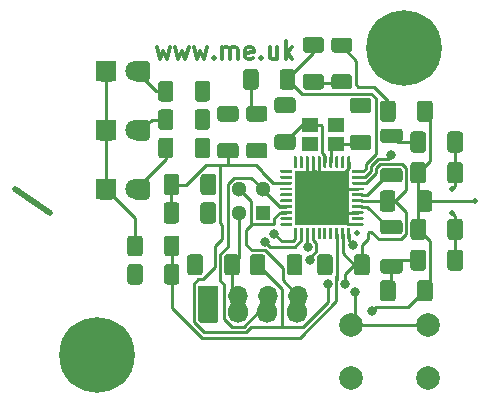
<source format=gbr>
%TF.GenerationSoftware,KiCad,Pcbnew,(5.1.9-0-10_14)*%
%TF.CreationDate,2021-04-13T13:23:23+01:00*%
%TF.ProjectId,PN532,504e3533-322e-46b6-9963-61645f706362,rev?*%
%TF.SameCoordinates,Original*%
%TF.FileFunction,Copper,L1,Top*%
%TF.FilePolarity,Positive*%
%FSLAX46Y46*%
G04 Gerber Fmt 4.6, Leading zero omitted, Abs format (unit mm)*
G04 Created by KiCad (PCBNEW (5.1.9-0-10_14)) date 2021-04-13 13:23:23*
%MOMM*%
%LPD*%
G01*
G04 APERTURE LIST*
%TA.AperFunction,NonConductor*%
%ADD10C,0.300000*%
%TD*%
%TA.AperFunction,EtchedComponent*%
%ADD11C,0.500000*%
%TD*%
%TA.AperFunction,SMDPad,CuDef*%
%ADD12R,1.400000X1.150000*%
%TD*%
%TA.AperFunction,ComponentPad*%
%ADD13C,0.800000*%
%TD*%
%TA.AperFunction,ComponentPad*%
%ADD14C,6.400000*%
%TD*%
%TA.AperFunction,ComponentPad*%
%ADD15C,0.500000*%
%TD*%
%TA.AperFunction,ComponentPad*%
%ADD16C,1.800000*%
%TD*%
%TA.AperFunction,ComponentPad*%
%ADD17R,1.800000X1.800000*%
%TD*%
%TA.AperFunction,ComponentPad*%
%ADD18C,2.000000*%
%TD*%
%TA.AperFunction,ComponentPad*%
%ADD19C,1.000000*%
%TD*%
%TA.AperFunction,SMDPad,CuDef*%
%ADD20C,0.500000*%
%TD*%
%TA.AperFunction,SMDPad,CuDef*%
%ADD21R,0.100000X0.100000*%
%TD*%
%TA.AperFunction,SMDPad,CuDef*%
%ADD22R,4.600000X4.600000*%
%TD*%
%TA.AperFunction,ComponentPad*%
%ADD23C,1.300000*%
%TD*%
%TA.AperFunction,ComponentPad*%
%ADD24R,1.300000X1.300000*%
%TD*%
%TA.AperFunction,ComponentPad*%
%ADD25O,1.700000X1.850000*%
%TD*%
%TA.AperFunction,ComponentPad*%
%ADD26O,1.700000X1.700000*%
%TD*%
%TA.AperFunction,ComponentPad*%
%ADD27R,1.700000X1.700000*%
%TD*%
%TA.AperFunction,ViaPad*%
%ADD28C,0.800000*%
%TD*%
%TA.AperFunction,Conductor*%
%ADD29C,0.250000*%
%TD*%
G04 APERTURE END LIST*
D10*
X113014285Y-65978571D02*
X113300000Y-66978571D01*
X113585714Y-66264285D01*
X113871428Y-66978571D01*
X114157142Y-65978571D01*
X114585714Y-65978571D02*
X114871428Y-66978571D01*
X115157142Y-66264285D01*
X115442857Y-66978571D01*
X115728571Y-65978571D01*
X116157142Y-65978571D02*
X116442857Y-66978571D01*
X116728571Y-66264285D01*
X117014285Y-66978571D01*
X117300000Y-65978571D01*
X117871428Y-66835714D02*
X117942857Y-66907142D01*
X117871428Y-66978571D01*
X117800000Y-66907142D01*
X117871428Y-66835714D01*
X117871428Y-66978571D01*
X118585714Y-66978571D02*
X118585714Y-65978571D01*
X118585714Y-66121428D02*
X118657142Y-66050000D01*
X118800000Y-65978571D01*
X119014285Y-65978571D01*
X119157142Y-66050000D01*
X119228571Y-66192857D01*
X119228571Y-66978571D01*
X119228571Y-66192857D02*
X119300000Y-66050000D01*
X119442857Y-65978571D01*
X119657142Y-65978571D01*
X119800000Y-66050000D01*
X119871428Y-66192857D01*
X119871428Y-66978571D01*
X121157142Y-66907142D02*
X121014285Y-66978571D01*
X120728571Y-66978571D01*
X120585714Y-66907142D01*
X120514285Y-66764285D01*
X120514285Y-66192857D01*
X120585714Y-66050000D01*
X120728571Y-65978571D01*
X121014285Y-65978571D01*
X121157142Y-66050000D01*
X121228571Y-66192857D01*
X121228571Y-66335714D01*
X120514285Y-66478571D01*
X121871428Y-66835714D02*
X121942857Y-66907142D01*
X121871428Y-66978571D01*
X121800000Y-66907142D01*
X121871428Y-66835714D01*
X121871428Y-66978571D01*
X123228571Y-65978571D02*
X123228571Y-66978571D01*
X122585714Y-65978571D02*
X122585714Y-66764285D01*
X122657142Y-66907142D01*
X122800000Y-66978571D01*
X123014285Y-66978571D01*
X123157142Y-66907142D01*
X123228571Y-66835714D01*
X123942857Y-66978571D02*
X123942857Y-65478571D01*
X124085714Y-66407142D02*
X124514285Y-66978571D01*
X124514285Y-65978571D02*
X123942857Y-66550000D01*
D11*
%TO.C,A1*%
X104000000Y-80000000D02*
X101000000Y-78000000D01*
%TD*%
D12*
%TO.P,Y1,2*%
%TO.N,GND*%
X125990000Y-74140000D03*
%TO.P,Y1,3*%
%TO.N,Net-(C16-Pad1)*%
X125990000Y-72540000D03*
%TO.P,Y1,4*%
%TO.N,GND*%
X128190000Y-72540000D03*
%TO.P,Y1,1*%
%TO.N,Net-(C15-Pad1)*%
X128190000Y-74140000D03*
%TD*%
D13*
%TO.P,H2,1*%
%TO.N,N/C*%
X109697056Y-90302944D03*
X108000000Y-89600000D03*
X106302944Y-90302944D03*
X105600000Y-92000000D03*
X106302944Y-93697056D03*
X108000000Y-94400000D03*
X109697056Y-93697056D03*
X110400000Y-92000000D03*
D14*
X108000000Y-92000000D03*
%TD*%
D13*
%TO.P,H1,1*%
%TO.N,N/C*%
X135697056Y-64302944D03*
X134000000Y-63600000D03*
X132302944Y-64302944D03*
X131600000Y-66000000D03*
X132302944Y-67697056D03*
X134000000Y-68400000D03*
X135697056Y-67697056D03*
X136400000Y-66000000D03*
D14*
X134000000Y-66000000D03*
%TD*%
D15*
%TO.P,A1,~*%
%TO.N,N/C*%
X101000000Y-78000000D03*
X104000000Y-80000000D03*
%TO.P,A1,3*%
%TO.N,Net-(A1-Pad3)*%
X138000000Y-78000000D03*
%TO.P,A1,1*%
%TO.N,Net-(A1-Pad1)*%
X138000000Y-80000000D03*
%TO.P,A1,2*%
%TO.N,GND*%
X140000000Y-79000000D03*
%TD*%
%TO.P,D3,2*%
%TO.N,Net-(D3-Pad2)*%
%TA.AperFunction,SMDPad,CuDef*%
G36*
G01*
X111005000Y-78625000D02*
X111005000Y-77375000D01*
G75*
G02*
X111255000Y-77125000I250000J0D01*
G01*
X112180000Y-77125000D01*
G75*
G02*
X112430000Y-77375000I0J-250000D01*
G01*
X112430000Y-78625000D01*
G75*
G02*
X112180000Y-78875000I-250000J0D01*
G01*
X111255000Y-78875000D01*
G75*
G02*
X111005000Y-78625000I0J250000D01*
G01*
G37*
%TD.AperFunction*%
%TO.P,D3,1*%
%TO.N,GND*%
%TA.AperFunction,SMDPad,CuDef*%
G36*
G01*
X108030000Y-78625000D02*
X108030000Y-77375000D01*
G75*
G02*
X108280000Y-77125000I250000J0D01*
G01*
X109205000Y-77125000D01*
G75*
G02*
X109455000Y-77375000I0J-250000D01*
G01*
X109455000Y-78625000D01*
G75*
G02*
X109205000Y-78875000I-250000J0D01*
G01*
X108280000Y-78875000D01*
G75*
G02*
X108030000Y-78625000I0J250000D01*
G01*
G37*
%TD.AperFunction*%
D16*
%TO.P,D3,2*%
%TO.N,Net-(D3-Pad2)*%
X111270000Y-78000000D03*
D17*
%TO.P,D3,1*%
%TO.N,GND*%
X108730000Y-78000000D03*
%TD*%
%TO.P,D2,2*%
%TO.N,Net-(D2-Pad2)*%
%TA.AperFunction,SMDPad,CuDef*%
G36*
G01*
X111005000Y-73625000D02*
X111005000Y-72375000D01*
G75*
G02*
X111255000Y-72125000I250000J0D01*
G01*
X112180000Y-72125000D01*
G75*
G02*
X112430000Y-72375000I0J-250000D01*
G01*
X112430000Y-73625000D01*
G75*
G02*
X112180000Y-73875000I-250000J0D01*
G01*
X111255000Y-73875000D01*
G75*
G02*
X111005000Y-73625000I0J250000D01*
G01*
G37*
%TD.AperFunction*%
%TO.P,D2,1*%
%TO.N,GND*%
%TA.AperFunction,SMDPad,CuDef*%
G36*
G01*
X108030000Y-73625000D02*
X108030000Y-72375000D01*
G75*
G02*
X108280000Y-72125000I250000J0D01*
G01*
X109205000Y-72125000D01*
G75*
G02*
X109455000Y-72375000I0J-250000D01*
G01*
X109455000Y-73625000D01*
G75*
G02*
X109205000Y-73875000I-250000J0D01*
G01*
X108280000Y-73875000D01*
G75*
G02*
X108030000Y-73625000I0J250000D01*
G01*
G37*
%TD.AperFunction*%
D16*
%TO.P,D2,2*%
%TO.N,Net-(D2-Pad2)*%
X111270000Y-73000000D03*
D17*
%TO.P,D2,1*%
%TO.N,GND*%
X108730000Y-73000000D03*
%TD*%
%TO.P,D1,2*%
%TO.N,Net-(D1-Pad2)*%
%TA.AperFunction,SMDPad,CuDef*%
G36*
G01*
X111005000Y-68625000D02*
X111005000Y-67375000D01*
G75*
G02*
X111255000Y-67125000I250000J0D01*
G01*
X112180000Y-67125000D01*
G75*
G02*
X112430000Y-67375000I0J-250000D01*
G01*
X112430000Y-68625000D01*
G75*
G02*
X112180000Y-68875000I-250000J0D01*
G01*
X111255000Y-68875000D01*
G75*
G02*
X111005000Y-68625000I0J250000D01*
G01*
G37*
%TD.AperFunction*%
%TO.P,D1,1*%
%TO.N,GND*%
%TA.AperFunction,SMDPad,CuDef*%
G36*
G01*
X108030000Y-68625000D02*
X108030000Y-67375000D01*
G75*
G02*
X108280000Y-67125000I250000J0D01*
G01*
X109205000Y-67125000D01*
G75*
G02*
X109455000Y-67375000I0J-250000D01*
G01*
X109455000Y-68625000D01*
G75*
G02*
X109205000Y-68875000I-250000J0D01*
G01*
X108280000Y-68875000D01*
G75*
G02*
X108030000Y-68625000I0J250000D01*
G01*
G37*
%TD.AperFunction*%
D16*
%TO.P,D1,2*%
%TO.N,Net-(D1-Pad2)*%
X111270000Y-68000000D03*
D17*
%TO.P,D1,1*%
%TO.N,GND*%
X108730000Y-68000000D03*
%TD*%
D18*
%TO.P,SW1,1*%
%TO.N,GND*%
X129500000Y-94000000D03*
%TO.P,SW1,2*%
%TO.N,Net-(SW1-Pad2)*%
X129500000Y-89500000D03*
%TO.P,SW1,1*%
%TO.N,GND*%
X136000000Y-94000000D03*
%TO.P,SW1,2*%
%TO.N,Net-(SW1-Pad2)*%
X136000000Y-89500000D03*
%TD*%
D19*
%TO.P,U1,41*%
%TO.N,GND*%
X127025000Y-78725000D03*
X128525000Y-77225000D03*
X125525000Y-77225000D03*
X125525000Y-80225000D03*
X128525000Y-80225000D03*
D20*
%TO.P,U1,~*%
%TO.N,N/C*%
X130025000Y-81725000D03*
D21*
X130025000Y-81725000D03*
X124025000Y-81725000D03*
X124025000Y-75725000D03*
X130025000Y-75725000D03*
D22*
%TO.P,U1,41*%
%TO.N,GND*%
X127025000Y-78725000D03*
%TO.P,U1,40*%
%TO.N,+5V*%
%TA.AperFunction,SMDPad,CuDef*%
G36*
G01*
X129400000Y-81312500D02*
X129400000Y-82187500D01*
G75*
G02*
X129337500Y-82250000I-62500J0D01*
G01*
X129212500Y-82250000D01*
G75*
G02*
X129150000Y-82187500I0J62500D01*
G01*
X129150000Y-81312500D01*
G75*
G02*
X129212500Y-81250000I62500J0D01*
G01*
X129337500Y-81250000D01*
G75*
G02*
X129400000Y-81312500I0J-62500D01*
G01*
G37*
%TD.AperFunction*%
%TO.P,U1,39*%
%TO.N,+3V3*%
%TA.AperFunction,SMDPad,CuDef*%
G36*
G01*
X128900000Y-81312500D02*
X128900000Y-82187500D01*
G75*
G02*
X128837500Y-82250000I-62500J0D01*
G01*
X128712500Y-82250000D01*
G75*
G02*
X128650000Y-82187500I0J62500D01*
G01*
X128650000Y-81312500D01*
G75*
G02*
X128712500Y-81250000I62500J0D01*
G01*
X128837500Y-81250000D01*
G75*
G02*
X128900000Y-81312500I0J-62500D01*
G01*
G37*
%TD.AperFunction*%
%TO.P,U1,38*%
%TO.N,Net-(R3-Pad1)*%
%TA.AperFunction,SMDPad,CuDef*%
G36*
G01*
X128400000Y-81312500D02*
X128400000Y-82187500D01*
G75*
G02*
X128337500Y-82250000I-62500J0D01*
G01*
X128212500Y-82250000D01*
G75*
G02*
X128150000Y-82187500I0J62500D01*
G01*
X128150000Y-81312500D01*
G75*
G02*
X128212500Y-81250000I62500J0D01*
G01*
X128337500Y-81250000D01*
G75*
G02*
X128400000Y-81312500I0J-62500D01*
G01*
G37*
%TD.AperFunction*%
%TO.P,U1,37*%
%TO.N,Net-(U1-Pad37)*%
%TA.AperFunction,SMDPad,CuDef*%
G36*
G01*
X127900000Y-81312500D02*
X127900000Y-82187500D01*
G75*
G02*
X127837500Y-82250000I-62500J0D01*
G01*
X127712500Y-82250000D01*
G75*
G02*
X127650000Y-82187500I0J62500D01*
G01*
X127650000Y-81312500D01*
G75*
G02*
X127712500Y-81250000I62500J0D01*
G01*
X127837500Y-81250000D01*
G75*
G02*
X127900000Y-81312500I0J-62500D01*
G01*
G37*
%TD.AperFunction*%
%TO.P,U1,36*%
%TO.N,Net-(U1-Pad36)*%
%TA.AperFunction,SMDPad,CuDef*%
G36*
G01*
X127400000Y-81312500D02*
X127400000Y-82187500D01*
G75*
G02*
X127337500Y-82250000I-62500J0D01*
G01*
X127212500Y-82250000D01*
G75*
G02*
X127150000Y-82187500I0J62500D01*
G01*
X127150000Y-81312500D01*
G75*
G02*
X127212500Y-81250000I62500J0D01*
G01*
X127337500Y-81250000D01*
G75*
G02*
X127400000Y-81312500I0J-62500D01*
G01*
G37*
%TD.AperFunction*%
%TO.P,U1,35*%
%TO.N,Net-(U1-Pad35)*%
%TA.AperFunction,SMDPad,CuDef*%
G36*
G01*
X126900000Y-81312500D02*
X126900000Y-82187500D01*
G75*
G02*
X126837500Y-82250000I-62500J0D01*
G01*
X126712500Y-82250000D01*
G75*
G02*
X126650000Y-82187500I0J62500D01*
G01*
X126650000Y-81312500D01*
G75*
G02*
X126712500Y-81250000I62500J0D01*
G01*
X126837500Y-81250000D01*
G75*
G02*
X126900000Y-81312500I0J-62500D01*
G01*
G37*
%TD.AperFunction*%
%TO.P,U1,34*%
%TO.N,Net-(R5-Pad1)*%
%TA.AperFunction,SMDPad,CuDef*%
G36*
G01*
X126400000Y-81312500D02*
X126400000Y-82187500D01*
G75*
G02*
X126337500Y-82250000I-62500J0D01*
G01*
X126212500Y-82250000D01*
G75*
G02*
X126150000Y-82187500I0J62500D01*
G01*
X126150000Y-81312500D01*
G75*
G02*
X126212500Y-81250000I62500J0D01*
G01*
X126337500Y-81250000D01*
G75*
G02*
X126400000Y-81312500I0J-62500D01*
G01*
G37*
%TD.AperFunction*%
%TO.P,U1,33*%
%TO.N,Net-(R6-Pad1)*%
%TA.AperFunction,SMDPad,CuDef*%
G36*
G01*
X125900000Y-81312500D02*
X125900000Y-82187500D01*
G75*
G02*
X125837500Y-82250000I-62500J0D01*
G01*
X125712500Y-82250000D01*
G75*
G02*
X125650000Y-82187500I0J62500D01*
G01*
X125650000Y-81312500D01*
G75*
G02*
X125712500Y-81250000I62500J0D01*
G01*
X125837500Y-81250000D01*
G75*
G02*
X125900000Y-81312500I0J-62500D01*
G01*
G37*
%TD.AperFunction*%
%TO.P,U1,32*%
%TO.N,Net-(R7-Pad1)*%
%TA.AperFunction,SMDPad,CuDef*%
G36*
G01*
X125400000Y-81312500D02*
X125400000Y-82187500D01*
G75*
G02*
X125337500Y-82250000I-62500J0D01*
G01*
X125212500Y-82250000D01*
G75*
G02*
X125150000Y-82187500I0J62500D01*
G01*
X125150000Y-81312500D01*
G75*
G02*
X125212500Y-81250000I62500J0D01*
G01*
X125337500Y-81250000D01*
G75*
G02*
X125400000Y-81312500I0J-62500D01*
G01*
G37*
%TD.AperFunction*%
%TO.P,U1,31*%
%TO.N,Net-(SW1-Pad2)*%
%TA.AperFunction,SMDPad,CuDef*%
G36*
G01*
X124900000Y-81312500D02*
X124900000Y-82187500D01*
G75*
G02*
X124837500Y-82250000I-62500J0D01*
G01*
X124712500Y-82250000D01*
G75*
G02*
X124650000Y-82187500I0J62500D01*
G01*
X124650000Y-81312500D01*
G75*
G02*
X124712500Y-81250000I62500J0D01*
G01*
X124837500Y-81250000D01*
G75*
G02*
X124900000Y-81312500I0J-62500D01*
G01*
G37*
%TD.AperFunction*%
%TO.P,U1,30*%
%TO.N,Net-(U1-Pad30)*%
%TA.AperFunction,SMDPad,CuDef*%
G36*
G01*
X124500000Y-80912500D02*
X124500000Y-81037500D01*
G75*
G02*
X124437500Y-81100000I-62500J0D01*
G01*
X123562500Y-81100000D01*
G75*
G02*
X123500000Y-81037500I0J62500D01*
G01*
X123500000Y-80912500D01*
G75*
G02*
X123562500Y-80850000I62500J0D01*
G01*
X124437500Y-80850000D01*
G75*
G02*
X124500000Y-80912500I0J-62500D01*
G01*
G37*
%TD.AperFunction*%
%TO.P,U1,29*%
%TO.N,Net-(U1-Pad29)*%
%TA.AperFunction,SMDPad,CuDef*%
G36*
G01*
X124500000Y-80412500D02*
X124500000Y-80537500D01*
G75*
G02*
X124437500Y-80600000I-62500J0D01*
G01*
X123562500Y-80600000D01*
G75*
G02*
X123500000Y-80537500I0J62500D01*
G01*
X123500000Y-80412500D01*
G75*
G02*
X123562500Y-80350000I62500J0D01*
G01*
X124437500Y-80350000D01*
G75*
G02*
X124500000Y-80412500I0J-62500D01*
G01*
G37*
%TD.AperFunction*%
%TO.P,U1,28*%
%TO.N,Net-(J1-Pad4)*%
%TA.AperFunction,SMDPad,CuDef*%
G36*
G01*
X124500000Y-79912500D02*
X124500000Y-80037500D01*
G75*
G02*
X124437500Y-80100000I-62500J0D01*
G01*
X123562500Y-80100000D01*
G75*
G02*
X123500000Y-80037500I0J62500D01*
G01*
X123500000Y-79912500D01*
G75*
G02*
X123562500Y-79850000I62500J0D01*
G01*
X124437500Y-79850000D01*
G75*
G02*
X124500000Y-79912500I0J-62500D01*
G01*
G37*
%TD.AperFunction*%
%TO.P,U1,27*%
%TO.N,Net-(J1-Pad3)*%
%TA.AperFunction,SMDPad,CuDef*%
G36*
G01*
X124500000Y-79412500D02*
X124500000Y-79537500D01*
G75*
G02*
X124437500Y-79600000I-62500J0D01*
G01*
X123562500Y-79600000D01*
G75*
G02*
X123500000Y-79537500I0J62500D01*
G01*
X123500000Y-79412500D01*
G75*
G02*
X123562500Y-79350000I62500J0D01*
G01*
X124437500Y-79350000D01*
G75*
G02*
X124500000Y-79412500I0J-62500D01*
G01*
G37*
%TD.AperFunction*%
%TO.P,U1,26*%
%TO.N,Net-(U1-Pad26)*%
%TA.AperFunction,SMDPad,CuDef*%
G36*
G01*
X124500000Y-78912500D02*
X124500000Y-79037500D01*
G75*
G02*
X124437500Y-79100000I-62500J0D01*
G01*
X123562500Y-79100000D01*
G75*
G02*
X123500000Y-79037500I0J62500D01*
G01*
X123500000Y-78912500D01*
G75*
G02*
X123562500Y-78850000I62500J0D01*
G01*
X124437500Y-78850000D01*
G75*
G02*
X124500000Y-78912500I0J-62500D01*
G01*
G37*
%TD.AperFunction*%
%TO.P,U1,25*%
%TO.N,Net-(U1-Pad25)*%
%TA.AperFunction,SMDPad,CuDef*%
G36*
G01*
X124500000Y-78412500D02*
X124500000Y-78537500D01*
G75*
G02*
X124437500Y-78600000I-62500J0D01*
G01*
X123562500Y-78600000D01*
G75*
G02*
X123500000Y-78537500I0J62500D01*
G01*
X123500000Y-78412500D01*
G75*
G02*
X123562500Y-78350000I62500J0D01*
G01*
X124437500Y-78350000D01*
G75*
G02*
X124500000Y-78412500I0J-62500D01*
G01*
G37*
%TD.AperFunction*%
%TO.P,U1,24*%
%TO.N,Net-(U1-Pad24)*%
%TA.AperFunction,SMDPad,CuDef*%
G36*
G01*
X124500000Y-77912500D02*
X124500000Y-78037500D01*
G75*
G02*
X124437500Y-78100000I-62500J0D01*
G01*
X123562500Y-78100000D01*
G75*
G02*
X123500000Y-78037500I0J62500D01*
G01*
X123500000Y-77912500D01*
G75*
G02*
X123562500Y-77850000I62500J0D01*
G01*
X124437500Y-77850000D01*
G75*
G02*
X124500000Y-77912500I0J-62500D01*
G01*
G37*
%TD.AperFunction*%
%TO.P,U1,23*%
%TO.N,+3V3*%
%TA.AperFunction,SMDPad,CuDef*%
G36*
G01*
X124500000Y-77412500D02*
X124500000Y-77537500D01*
G75*
G02*
X124437500Y-77600000I-62500J0D01*
G01*
X123562500Y-77600000D01*
G75*
G02*
X123500000Y-77537500I0J62500D01*
G01*
X123500000Y-77412500D01*
G75*
G02*
X123562500Y-77350000I62500J0D01*
G01*
X124437500Y-77350000D01*
G75*
G02*
X124500000Y-77412500I0J-62500D01*
G01*
G37*
%TD.AperFunction*%
%TO.P,U1,22*%
%TO.N,Net-(U1-Pad22)*%
%TA.AperFunction,SMDPad,CuDef*%
G36*
G01*
X124500000Y-76912500D02*
X124500000Y-77037500D01*
G75*
G02*
X124437500Y-77100000I-62500J0D01*
G01*
X123562500Y-77100000D01*
G75*
G02*
X123500000Y-77037500I0J62500D01*
G01*
X123500000Y-76912500D01*
G75*
G02*
X123562500Y-76850000I62500J0D01*
G01*
X124437500Y-76850000D01*
G75*
G02*
X124500000Y-76912500I0J-62500D01*
G01*
G37*
%TD.AperFunction*%
%TO.P,U1,21*%
%TO.N,Net-(U1-Pad21)*%
%TA.AperFunction,SMDPad,CuDef*%
G36*
G01*
X124500000Y-76412500D02*
X124500000Y-76537500D01*
G75*
G02*
X124437500Y-76600000I-62500J0D01*
G01*
X123562500Y-76600000D01*
G75*
G02*
X123500000Y-76537500I0J62500D01*
G01*
X123500000Y-76412500D01*
G75*
G02*
X123562500Y-76350000I62500J0D01*
G01*
X124437500Y-76350000D01*
G75*
G02*
X124500000Y-76412500I0J-62500D01*
G01*
G37*
%TD.AperFunction*%
%TO.P,U1,20*%
%TO.N,Net-(U1-Pad20)*%
%TA.AperFunction,SMDPad,CuDef*%
G36*
G01*
X124900000Y-75262500D02*
X124900000Y-76137500D01*
G75*
G02*
X124837500Y-76200000I-62500J0D01*
G01*
X124712500Y-76200000D01*
G75*
G02*
X124650000Y-76137500I0J62500D01*
G01*
X124650000Y-75262500D01*
G75*
G02*
X124712500Y-75200000I62500J0D01*
G01*
X124837500Y-75200000D01*
G75*
G02*
X124900000Y-75262500I0J-62500D01*
G01*
G37*
%TD.AperFunction*%
%TO.P,U1,19*%
%TO.N,Net-(U1-Pad19)*%
%TA.AperFunction,SMDPad,CuDef*%
G36*
G01*
X125400000Y-75262500D02*
X125400000Y-76137500D01*
G75*
G02*
X125337500Y-76200000I-62500J0D01*
G01*
X125212500Y-76200000D01*
G75*
G02*
X125150000Y-76137500I0J62500D01*
G01*
X125150000Y-75262500D01*
G75*
G02*
X125212500Y-75200000I62500J0D01*
G01*
X125337500Y-75200000D01*
G75*
G02*
X125400000Y-75262500I0J-62500D01*
G01*
G37*
%TD.AperFunction*%
%TO.P,U1,18*%
%TO.N,GND*%
%TA.AperFunction,SMDPad,CuDef*%
G36*
G01*
X125900000Y-75262500D02*
X125900000Y-76137500D01*
G75*
G02*
X125837500Y-76200000I-62500J0D01*
G01*
X125712500Y-76200000D01*
G75*
G02*
X125650000Y-76137500I0J62500D01*
G01*
X125650000Y-75262500D01*
G75*
G02*
X125712500Y-75200000I62500J0D01*
G01*
X125837500Y-75200000D01*
G75*
G02*
X125900000Y-75262500I0J-62500D01*
G01*
G37*
%TD.AperFunction*%
%TO.P,U1,17*%
%TA.AperFunction,SMDPad,CuDef*%
G36*
G01*
X126400000Y-75262500D02*
X126400000Y-76137500D01*
G75*
G02*
X126337500Y-76200000I-62500J0D01*
G01*
X126212500Y-76200000D01*
G75*
G02*
X126150000Y-76137500I0J62500D01*
G01*
X126150000Y-75262500D01*
G75*
G02*
X126212500Y-75200000I62500J0D01*
G01*
X126337500Y-75200000D01*
G75*
G02*
X126400000Y-75262500I0J-62500D01*
G01*
G37*
%TD.AperFunction*%
%TO.P,U1,16*%
%TA.AperFunction,SMDPad,CuDef*%
G36*
G01*
X126900000Y-75262500D02*
X126900000Y-76137500D01*
G75*
G02*
X126837500Y-76200000I-62500J0D01*
G01*
X126712500Y-76200000D01*
G75*
G02*
X126650000Y-76137500I0J62500D01*
G01*
X126650000Y-75262500D01*
G75*
G02*
X126712500Y-75200000I62500J0D01*
G01*
X126837500Y-75200000D01*
G75*
G02*
X126900000Y-75262500I0J-62500D01*
G01*
G37*
%TD.AperFunction*%
%TO.P,U1,15*%
%TO.N,Net-(C16-Pad1)*%
%TA.AperFunction,SMDPad,CuDef*%
G36*
G01*
X127400000Y-75262500D02*
X127400000Y-76137500D01*
G75*
G02*
X127337500Y-76200000I-62500J0D01*
G01*
X127212500Y-76200000D01*
G75*
G02*
X127150000Y-76137500I0J62500D01*
G01*
X127150000Y-75262500D01*
G75*
G02*
X127212500Y-75200000I62500J0D01*
G01*
X127337500Y-75200000D01*
G75*
G02*
X127400000Y-75262500I0J-62500D01*
G01*
G37*
%TD.AperFunction*%
%TO.P,U1,14*%
%TO.N,Net-(C15-Pad1)*%
%TA.AperFunction,SMDPad,CuDef*%
G36*
G01*
X127900000Y-75262500D02*
X127900000Y-76137500D01*
G75*
G02*
X127837500Y-76200000I-62500J0D01*
G01*
X127712500Y-76200000D01*
G75*
G02*
X127650000Y-76137500I0J62500D01*
G01*
X127650000Y-75262500D01*
G75*
G02*
X127712500Y-75200000I62500J0D01*
G01*
X127837500Y-75200000D01*
G75*
G02*
X127900000Y-75262500I0J-62500D01*
G01*
G37*
%TD.AperFunction*%
%TO.P,U1,13*%
%TO.N,Net-(U1-Pad13)*%
%TA.AperFunction,SMDPad,CuDef*%
G36*
G01*
X128400000Y-75262500D02*
X128400000Y-76137500D01*
G75*
G02*
X128337500Y-76200000I-62500J0D01*
G01*
X128212500Y-76200000D01*
G75*
G02*
X128150000Y-76137500I0J62500D01*
G01*
X128150000Y-75262500D01*
G75*
G02*
X128212500Y-75200000I62500J0D01*
G01*
X128337500Y-75200000D01*
G75*
G02*
X128400000Y-75262500I0J-62500D01*
G01*
G37*
%TD.AperFunction*%
%TO.P,U1,12*%
%TO.N,Net-(U1-Pad12)*%
%TA.AperFunction,SMDPad,CuDef*%
G36*
G01*
X128900000Y-75262500D02*
X128900000Y-76137500D01*
G75*
G02*
X128837500Y-76200000I-62500J0D01*
G01*
X128712500Y-76200000D01*
G75*
G02*
X128650000Y-76137500I0J62500D01*
G01*
X128650000Y-75262500D01*
G75*
G02*
X128712500Y-75200000I62500J0D01*
G01*
X128837500Y-75200000D01*
G75*
G02*
X128900000Y-75262500I0J-62500D01*
G01*
G37*
%TD.AperFunction*%
%TO.P,U1,11*%
%TO.N,GND*%
%TA.AperFunction,SMDPad,CuDef*%
G36*
G01*
X129400000Y-75262500D02*
X129400000Y-76137500D01*
G75*
G02*
X129337500Y-76200000I-62500J0D01*
G01*
X129212500Y-76200000D01*
G75*
G02*
X129150000Y-76137500I0J62500D01*
G01*
X129150000Y-75262500D01*
G75*
G02*
X129212500Y-75200000I62500J0D01*
G01*
X129337500Y-75200000D01*
G75*
G02*
X129400000Y-75262500I0J-62500D01*
G01*
G37*
%TD.AperFunction*%
%TO.P,U1,10*%
%TO.N,Net-(C8-Pad1)*%
%TA.AperFunction,SMDPad,CuDef*%
G36*
G01*
X130550000Y-76412500D02*
X130550000Y-76537500D01*
G75*
G02*
X130487500Y-76600000I-62500J0D01*
G01*
X129612500Y-76600000D01*
G75*
G02*
X129550000Y-76537500I0J62500D01*
G01*
X129550000Y-76412500D01*
G75*
G02*
X129612500Y-76350000I62500J0D01*
G01*
X130487500Y-76350000D01*
G75*
G02*
X130550000Y-76412500I0J-62500D01*
G01*
G37*
%TD.AperFunction*%
%TO.P,U1,9*%
%TO.N,Net-(C10-Pad1)*%
%TA.AperFunction,SMDPad,CuDef*%
G36*
G01*
X130550000Y-76912500D02*
X130550000Y-77037500D01*
G75*
G02*
X130487500Y-77100000I-62500J0D01*
G01*
X129612500Y-77100000D01*
G75*
G02*
X129550000Y-77037500I0J62500D01*
G01*
X129550000Y-76912500D01*
G75*
G02*
X129612500Y-76850000I62500J0D01*
G01*
X130487500Y-76850000D01*
G75*
G02*
X130550000Y-76912500I0J-62500D01*
G01*
G37*
%TD.AperFunction*%
%TO.P,U1,8*%
%TO.N,+3V3*%
%TA.AperFunction,SMDPad,CuDef*%
G36*
G01*
X130550000Y-77412500D02*
X130550000Y-77537500D01*
G75*
G02*
X130487500Y-77600000I-62500J0D01*
G01*
X129612500Y-77600000D01*
G75*
G02*
X129550000Y-77537500I0J62500D01*
G01*
X129550000Y-77412500D01*
G75*
G02*
X129612500Y-77350000I62500J0D01*
G01*
X130487500Y-77350000D01*
G75*
G02*
X130550000Y-77412500I0J-62500D01*
G01*
G37*
%TD.AperFunction*%
%TO.P,U1,7*%
%TO.N,GND*%
%TA.AperFunction,SMDPad,CuDef*%
G36*
G01*
X130550000Y-77912500D02*
X130550000Y-78037500D01*
G75*
G02*
X130487500Y-78100000I-62500J0D01*
G01*
X129612500Y-78100000D01*
G75*
G02*
X129550000Y-78037500I0J62500D01*
G01*
X129550000Y-77912500D01*
G75*
G02*
X129612500Y-77850000I62500J0D01*
G01*
X130487500Y-77850000D01*
G75*
G02*
X130550000Y-77912500I0J-62500D01*
G01*
G37*
%TD.AperFunction*%
%TO.P,U1,6*%
%TO.N,Net-(L2-Pad2)*%
%TA.AperFunction,SMDPad,CuDef*%
G36*
G01*
X130550000Y-78412500D02*
X130550000Y-78537500D01*
G75*
G02*
X130487500Y-78600000I-62500J0D01*
G01*
X129612500Y-78600000D01*
G75*
G02*
X129550000Y-78537500I0J62500D01*
G01*
X129550000Y-78412500D01*
G75*
G02*
X129612500Y-78350000I62500J0D01*
G01*
X130487500Y-78350000D01*
G75*
G02*
X130550000Y-78412500I0J-62500D01*
G01*
G37*
%TD.AperFunction*%
%TO.P,U1,5*%
%TO.N,+3V3*%
%TA.AperFunction,SMDPad,CuDef*%
G36*
G01*
X130550000Y-78912500D02*
X130550000Y-79037500D01*
G75*
G02*
X130487500Y-79100000I-62500J0D01*
G01*
X129612500Y-79100000D01*
G75*
G02*
X129550000Y-79037500I0J62500D01*
G01*
X129550000Y-78912500D01*
G75*
G02*
X129612500Y-78850000I62500J0D01*
G01*
X130487500Y-78850000D01*
G75*
G02*
X130550000Y-78912500I0J-62500D01*
G01*
G37*
%TD.AperFunction*%
%TO.P,U1,4*%
%TO.N,Net-(L1-Pad1)*%
%TA.AperFunction,SMDPad,CuDef*%
G36*
G01*
X130550000Y-79412500D02*
X130550000Y-79537500D01*
G75*
G02*
X130487500Y-79600000I-62500J0D01*
G01*
X129612500Y-79600000D01*
G75*
G02*
X129550000Y-79537500I0J62500D01*
G01*
X129550000Y-79412500D01*
G75*
G02*
X129612500Y-79350000I62500J0D01*
G01*
X130487500Y-79350000D01*
G75*
G02*
X130550000Y-79412500I0J-62500D01*
G01*
G37*
%TD.AperFunction*%
%TO.P,U1,3*%
%TO.N,GND*%
%TA.AperFunction,SMDPad,CuDef*%
G36*
G01*
X130550000Y-79912500D02*
X130550000Y-80037500D01*
G75*
G02*
X130487500Y-80100000I-62500J0D01*
G01*
X129612500Y-80100000D01*
G75*
G02*
X129550000Y-80037500I0J62500D01*
G01*
X129550000Y-79912500D01*
G75*
G02*
X129612500Y-79850000I62500J0D01*
G01*
X130487500Y-79850000D01*
G75*
G02*
X130550000Y-79912500I0J-62500D01*
G01*
G37*
%TD.AperFunction*%
%TO.P,U1,2*%
%TO.N,Net-(U1-Pad2)*%
%TA.AperFunction,SMDPad,CuDef*%
G36*
G01*
X130550000Y-80412500D02*
X130550000Y-80537500D01*
G75*
G02*
X130487500Y-80600000I-62500J0D01*
G01*
X129612500Y-80600000D01*
G75*
G02*
X129550000Y-80537500I0J62500D01*
G01*
X129550000Y-80412500D01*
G75*
G02*
X129612500Y-80350000I62500J0D01*
G01*
X130487500Y-80350000D01*
G75*
G02*
X130550000Y-80412500I0J-62500D01*
G01*
G37*
%TD.AperFunction*%
%TO.P,U1,1*%
%TO.N,GND*%
%TA.AperFunction,SMDPad,CuDef*%
G36*
G01*
X130550000Y-80912500D02*
X130550000Y-81037500D01*
G75*
G02*
X130487500Y-81100000I-62500J0D01*
G01*
X129612500Y-81100000D01*
G75*
G02*
X129550000Y-81037500I0J62500D01*
G01*
X129550000Y-80912500D01*
G75*
G02*
X129612500Y-80850000I62500J0D01*
G01*
X130487500Y-80850000D01*
G75*
G02*
X130550000Y-80912500I0J-62500D01*
G01*
G37*
%TD.AperFunction*%
%TD*%
D23*
%TO.P,J3,4*%
%TO.N,Net-(J1-Pad4)*%
X120000000Y-78000000D03*
%TO.P,J3,3*%
%TO.N,Net-(J1-Pad3)*%
X122000000Y-78000000D03*
%TO.P,J3,2*%
%TO.N,+5V*%
X120000000Y-80000000D03*
D24*
%TO.P,J3,1*%
%TO.N,GND*%
X122000000Y-80000000D03*
%TD*%
%TO.P,R7,2*%
%TO.N,Net-(D3-Pad2)*%
%TA.AperFunction,SMDPad,CuDef*%
G36*
G01*
X114450000Y-73874999D02*
X114450000Y-75125001D01*
G75*
G02*
X114200001Y-75375000I-249999J0D01*
G01*
X113399999Y-75375000D01*
G75*
G02*
X113150000Y-75125001I0J249999D01*
G01*
X113150000Y-73874999D01*
G75*
G02*
X113399999Y-73625000I249999J0D01*
G01*
X114200001Y-73625000D01*
G75*
G02*
X114450000Y-73874999I0J-249999D01*
G01*
G37*
%TD.AperFunction*%
%TO.P,R7,1*%
%TO.N,Net-(R7-Pad1)*%
%TA.AperFunction,SMDPad,CuDef*%
G36*
G01*
X117550000Y-73874999D02*
X117550000Y-75125001D01*
G75*
G02*
X117300001Y-75375000I-249999J0D01*
G01*
X116499999Y-75375000D01*
G75*
G02*
X116250000Y-75125001I0J249999D01*
G01*
X116250000Y-73874999D01*
G75*
G02*
X116499999Y-73625000I249999J0D01*
G01*
X117300001Y-73625000D01*
G75*
G02*
X117550000Y-73874999I0J-249999D01*
G01*
G37*
%TD.AperFunction*%
%TD*%
%TO.P,R6,2*%
%TO.N,Net-(D2-Pad2)*%
%TA.AperFunction,SMDPad,CuDef*%
G36*
G01*
X114450000Y-71474999D02*
X114450000Y-72725001D01*
G75*
G02*
X114200001Y-72975000I-249999J0D01*
G01*
X113399999Y-72975000D01*
G75*
G02*
X113150000Y-72725001I0J249999D01*
G01*
X113150000Y-71474999D01*
G75*
G02*
X113399999Y-71225000I249999J0D01*
G01*
X114200001Y-71225000D01*
G75*
G02*
X114450000Y-71474999I0J-249999D01*
G01*
G37*
%TD.AperFunction*%
%TO.P,R6,1*%
%TO.N,Net-(R6-Pad1)*%
%TA.AperFunction,SMDPad,CuDef*%
G36*
G01*
X117550000Y-71474999D02*
X117550000Y-72725001D01*
G75*
G02*
X117300001Y-72975000I-249999J0D01*
G01*
X116499999Y-72975000D01*
G75*
G02*
X116250000Y-72725001I0J249999D01*
G01*
X116250000Y-71474999D01*
G75*
G02*
X116499999Y-71225000I249999J0D01*
G01*
X117300001Y-71225000D01*
G75*
G02*
X117550000Y-71474999I0J-249999D01*
G01*
G37*
%TD.AperFunction*%
%TD*%
%TO.P,R5,2*%
%TO.N,Net-(D1-Pad2)*%
%TA.AperFunction,SMDPad,CuDef*%
G36*
G01*
X114450000Y-69074999D02*
X114450000Y-70325001D01*
G75*
G02*
X114200001Y-70575000I-249999J0D01*
G01*
X113399999Y-70575000D01*
G75*
G02*
X113150000Y-70325001I0J249999D01*
G01*
X113150000Y-69074999D01*
G75*
G02*
X113399999Y-68825000I249999J0D01*
G01*
X114200001Y-68825000D01*
G75*
G02*
X114450000Y-69074999I0J-249999D01*
G01*
G37*
%TD.AperFunction*%
%TO.P,R5,1*%
%TO.N,Net-(R5-Pad1)*%
%TA.AperFunction,SMDPad,CuDef*%
G36*
G01*
X117550000Y-69074999D02*
X117550000Y-70325001D01*
G75*
G02*
X117300001Y-70575000I-249999J0D01*
G01*
X116499999Y-70575000D01*
G75*
G02*
X116250000Y-70325001I0J249999D01*
G01*
X116250000Y-69074999D01*
G75*
G02*
X116499999Y-68825000I249999J0D01*
G01*
X117300001Y-68825000D01*
G75*
G02*
X117550000Y-69074999I0J-249999D01*
G01*
G37*
%TD.AperFunction*%
%TD*%
D25*
%TO.P,J2,4*%
%TO.N,Net-(J1-Pad4)*%
X124900000Y-88400000D03*
%TO.P,J2,3*%
%TO.N,Net-(J1-Pad3)*%
X122400000Y-88400000D03*
%TO.P,J2,2*%
%TO.N,+5V*%
X119900000Y-88400000D03*
%TO.P,J2,1*%
%TO.N,GND*%
%TA.AperFunction,ComponentPad*%
G36*
G01*
X116550000Y-89075000D02*
X116550000Y-87725000D01*
G75*
G02*
X116800000Y-87475000I250000J0D01*
G01*
X118000000Y-87475000D01*
G75*
G02*
X118250000Y-87725000I0J-250000D01*
G01*
X118250000Y-89075000D01*
G75*
G02*
X118000000Y-89325000I-250000J0D01*
G01*
X116800000Y-89325000D01*
G75*
G02*
X116550000Y-89075000I0J250000D01*
G01*
G37*
%TD.AperFunction*%
%TD*%
D26*
%TO.P,J1,4*%
%TO.N,Net-(J1-Pad4)*%
X125020000Y-87000000D03*
%TO.P,J1,3*%
%TO.N,Net-(J1-Pad3)*%
X122480000Y-87000000D03*
%TO.P,J1,2*%
%TO.N,+5V*%
X119940000Y-87000000D03*
D27*
%TO.P,J1,1*%
%TO.N,GND*%
X117400000Y-87000000D03*
%TD*%
%TO.P,L2,2*%
%TO.N,Net-(L2-Pad2)*%
%TA.AperFunction,SMDPad,CuDef*%
G36*
G01*
X132199999Y-76187500D02*
X133600001Y-76187500D01*
G75*
G02*
X133850000Y-76437499I0J-249999D01*
G01*
X133850000Y-77162501D01*
G75*
G02*
X133600001Y-77412500I-249999J0D01*
G01*
X132199999Y-77412500D01*
G75*
G02*
X131950000Y-77162501I0J249999D01*
G01*
X131950000Y-76437499D01*
G75*
G02*
X132199999Y-76187500I249999J0D01*
G01*
G37*
%TD.AperFunction*%
%TO.P,L2,1*%
%TO.N,Net-(C4-Pad2)*%
%TA.AperFunction,SMDPad,CuDef*%
G36*
G01*
X132199999Y-72862500D02*
X133600001Y-72862500D01*
G75*
G02*
X133850000Y-73112499I0J-249999D01*
G01*
X133850000Y-73837501D01*
G75*
G02*
X133600001Y-74087500I-249999J0D01*
G01*
X132199999Y-74087500D01*
G75*
G02*
X131950000Y-73837501I0J249999D01*
G01*
X131950000Y-73112499D01*
G75*
G02*
X132199999Y-72862500I249999J0D01*
G01*
G37*
%TD.AperFunction*%
%TD*%
%TO.P,L1,2*%
%TO.N,Net-(C3-Pad1)*%
%TA.AperFunction,SMDPad,CuDef*%
G36*
G01*
X132199999Y-83912500D02*
X133600001Y-83912500D01*
G75*
G02*
X133850000Y-84162499I0J-249999D01*
G01*
X133850000Y-84887501D01*
G75*
G02*
X133600001Y-85137500I-249999J0D01*
G01*
X132199999Y-85137500D01*
G75*
G02*
X131950000Y-84887501I0J249999D01*
G01*
X131950000Y-84162499D01*
G75*
G02*
X132199999Y-83912500I249999J0D01*
G01*
G37*
%TD.AperFunction*%
%TO.P,L1,1*%
%TO.N,Net-(L1-Pad1)*%
%TA.AperFunction,SMDPad,CuDef*%
G36*
G01*
X132199999Y-80587500D02*
X133600001Y-80587500D01*
G75*
G02*
X133850000Y-80837499I0J-249999D01*
G01*
X133850000Y-81562501D01*
G75*
G02*
X133600001Y-81812500I-249999J0D01*
G01*
X132199999Y-81812500D01*
G75*
G02*
X131950000Y-81562501I0J249999D01*
G01*
X131950000Y-80837499D01*
G75*
G02*
X132199999Y-80587500I249999J0D01*
G01*
G37*
%TD.AperFunction*%
%TD*%
%TO.P,R4,2*%
%TO.N,Net-(R3-Pad1)*%
%TA.AperFunction,SMDPad,CuDef*%
G36*
G01*
X113650000Y-83425001D02*
X113650000Y-82174999D01*
G75*
G02*
X113899999Y-81925000I249999J0D01*
G01*
X114700001Y-81925000D01*
G75*
G02*
X114950000Y-82174999I0J-249999D01*
G01*
X114950000Y-83425001D01*
G75*
G02*
X114700001Y-83675000I-249999J0D01*
G01*
X113899999Y-83675000D01*
G75*
G02*
X113650000Y-83425001I0J249999D01*
G01*
G37*
%TD.AperFunction*%
%TO.P,R4,1*%
%TO.N,GND*%
%TA.AperFunction,SMDPad,CuDef*%
G36*
G01*
X110550000Y-83425001D02*
X110550000Y-82174999D01*
G75*
G02*
X110799999Y-81925000I249999J0D01*
G01*
X111600001Y-81925000D01*
G75*
G02*
X111850000Y-82174999I0J-249999D01*
G01*
X111850000Y-83425001D01*
G75*
G02*
X111600001Y-83675000I-249999J0D01*
G01*
X110799999Y-83675000D01*
G75*
G02*
X110550000Y-83425001I0J249999D01*
G01*
G37*
%TD.AperFunction*%
%TD*%
%TO.P,R3,2*%
%TO.N,+5V*%
%TA.AperFunction,SMDPad,CuDef*%
G36*
G01*
X111850000Y-84574999D02*
X111850000Y-85825001D01*
G75*
G02*
X111600001Y-86075000I-249999J0D01*
G01*
X110799999Y-86075000D01*
G75*
G02*
X110550000Y-85825001I0J249999D01*
G01*
X110550000Y-84574999D01*
G75*
G02*
X110799999Y-84325000I249999J0D01*
G01*
X111600001Y-84325000D01*
G75*
G02*
X111850000Y-84574999I0J-249999D01*
G01*
G37*
%TD.AperFunction*%
%TO.P,R3,1*%
%TO.N,Net-(R3-Pad1)*%
%TA.AperFunction,SMDPad,CuDef*%
G36*
G01*
X114950000Y-84574999D02*
X114950000Y-85825001D01*
G75*
G02*
X114700001Y-86075000I-249999J0D01*
G01*
X113899999Y-86075000D01*
G75*
G02*
X113650000Y-85825001I0J249999D01*
G01*
X113650000Y-84574999D01*
G75*
G02*
X113899999Y-84325000I249999J0D01*
G01*
X114700001Y-84325000D01*
G75*
G02*
X114950000Y-84574999I0J-249999D01*
G01*
G37*
%TD.AperFunction*%
%TD*%
%TO.P,R2,2*%
%TO.N,Net-(C10-Pad1)*%
%TA.AperFunction,SMDPad,CuDef*%
G36*
G01*
X121650000Y-68074999D02*
X121650000Y-69325001D01*
G75*
G02*
X121400001Y-69575000I-249999J0D01*
G01*
X120599999Y-69575000D01*
G75*
G02*
X120350000Y-69325001I0J249999D01*
G01*
X120350000Y-68074999D01*
G75*
G02*
X120599999Y-67825000I249999J0D01*
G01*
X121400001Y-67825000D01*
G75*
G02*
X121650000Y-68074999I0J-249999D01*
G01*
G37*
%TD.AperFunction*%
%TO.P,R2,1*%
%TO.N,Net-(C8-Pad1)*%
%TA.AperFunction,SMDPad,CuDef*%
G36*
G01*
X124750000Y-68074999D02*
X124750000Y-69325001D01*
G75*
G02*
X124500001Y-69575000I-249999J0D01*
G01*
X123699999Y-69575000D01*
G75*
G02*
X123450000Y-69325001I0J249999D01*
G01*
X123450000Y-68074999D01*
G75*
G02*
X123699999Y-67825000I249999J0D01*
G01*
X124500001Y-67825000D01*
G75*
G02*
X124750000Y-68074999I0J-249999D01*
G01*
G37*
%TD.AperFunction*%
%TD*%
%TO.P,R1,2*%
%TO.N,Net-(C4-Pad2)*%
%TA.AperFunction,SMDPad,CuDef*%
G36*
G01*
X129325001Y-66450000D02*
X128074999Y-66450000D01*
G75*
G02*
X127825000Y-66200001I0J249999D01*
G01*
X127825000Y-65399999D01*
G75*
G02*
X128074999Y-65150000I249999J0D01*
G01*
X129325001Y-65150000D01*
G75*
G02*
X129575000Y-65399999I0J-249999D01*
G01*
X129575000Y-66200001D01*
G75*
G02*
X129325001Y-66450000I-249999J0D01*
G01*
G37*
%TD.AperFunction*%
%TO.P,R1,1*%
%TO.N,Net-(C8-Pad2)*%
%TA.AperFunction,SMDPad,CuDef*%
G36*
G01*
X129325001Y-69550000D02*
X128074999Y-69550000D01*
G75*
G02*
X127825000Y-69300001I0J249999D01*
G01*
X127825000Y-68499999D01*
G75*
G02*
X128074999Y-68250000I249999J0D01*
G01*
X129325001Y-68250000D01*
G75*
G02*
X129575000Y-68499999I0J-249999D01*
G01*
X129575000Y-69300001D01*
G75*
G02*
X129325001Y-69550000I-249999J0D01*
G01*
G37*
%TD.AperFunction*%
%TD*%
%TO.P,C17,2*%
%TO.N,GND*%
%TA.AperFunction,SMDPad,CuDef*%
G36*
G01*
X119712502Y-72262500D02*
X118412498Y-72262500D01*
G75*
G02*
X118162500Y-72012502I0J249998D01*
G01*
X118162500Y-71187498D01*
G75*
G02*
X118412498Y-70937500I249998J0D01*
G01*
X119712502Y-70937500D01*
G75*
G02*
X119962500Y-71187498I0J-249998D01*
G01*
X119962500Y-72012502D01*
G75*
G02*
X119712502Y-72262500I-249998J0D01*
G01*
G37*
%TD.AperFunction*%
%TO.P,C17,1*%
%TO.N,+3V3*%
%TA.AperFunction,SMDPad,CuDef*%
G36*
G01*
X119712502Y-75387500D02*
X118412498Y-75387500D01*
G75*
G02*
X118162500Y-75137502I0J249998D01*
G01*
X118162500Y-74312498D01*
G75*
G02*
X118412498Y-74062500I249998J0D01*
G01*
X119712502Y-74062500D01*
G75*
G02*
X119962500Y-74312498I0J-249998D01*
G01*
X119962500Y-75137502D01*
G75*
G02*
X119712502Y-75387500I-249998J0D01*
G01*
G37*
%TD.AperFunction*%
%TD*%
%TO.P,C16,2*%
%TO.N,GND*%
%TA.AperFunction,SMDPad,CuDef*%
G36*
G01*
X124550002Y-71537500D02*
X123249998Y-71537500D01*
G75*
G02*
X123000000Y-71287502I0J249998D01*
G01*
X123000000Y-70462498D01*
G75*
G02*
X123249998Y-70212500I249998J0D01*
G01*
X124550002Y-70212500D01*
G75*
G02*
X124800000Y-70462498I0J-249998D01*
G01*
X124800000Y-71287502D01*
G75*
G02*
X124550002Y-71537500I-249998J0D01*
G01*
G37*
%TD.AperFunction*%
%TO.P,C16,1*%
%TO.N,Net-(C16-Pad1)*%
%TA.AperFunction,SMDPad,CuDef*%
G36*
G01*
X124550002Y-74662500D02*
X123249998Y-74662500D01*
G75*
G02*
X123000000Y-74412502I0J249998D01*
G01*
X123000000Y-73587498D01*
G75*
G02*
X123249998Y-73337500I249998J0D01*
G01*
X124550002Y-73337500D01*
G75*
G02*
X124800000Y-73587498I0J-249998D01*
G01*
X124800000Y-74412502D01*
G75*
G02*
X124550002Y-74662500I-249998J0D01*
G01*
G37*
%TD.AperFunction*%
%TD*%
%TO.P,C15,2*%
%TO.N,GND*%
%TA.AperFunction,SMDPad,CuDef*%
G36*
G01*
X130950002Y-71562500D02*
X129649998Y-71562500D01*
G75*
G02*
X129400000Y-71312502I0J249998D01*
G01*
X129400000Y-70487498D01*
G75*
G02*
X129649998Y-70237500I249998J0D01*
G01*
X130950002Y-70237500D01*
G75*
G02*
X131200000Y-70487498I0J-249998D01*
G01*
X131200000Y-71312502D01*
G75*
G02*
X130950002Y-71562500I-249998J0D01*
G01*
G37*
%TD.AperFunction*%
%TO.P,C15,1*%
%TO.N,Net-(C15-Pad1)*%
%TA.AperFunction,SMDPad,CuDef*%
G36*
G01*
X130950002Y-74687500D02*
X129649998Y-74687500D01*
G75*
G02*
X129400000Y-74437502I0J249998D01*
G01*
X129400000Y-73612498D01*
G75*
G02*
X129649998Y-73362500I249998J0D01*
G01*
X130950002Y-73362500D01*
G75*
G02*
X131200000Y-73612498I0J-249998D01*
G01*
X131200000Y-74437502D01*
G75*
G02*
X130950002Y-74687500I-249998J0D01*
G01*
G37*
%TD.AperFunction*%
%TD*%
%TO.P,C14,2*%
%TO.N,GND*%
%TA.AperFunction,SMDPad,CuDef*%
G36*
G01*
X116937500Y-83749998D02*
X116937500Y-85050002D01*
G75*
G02*
X116687502Y-85300000I-249998J0D01*
G01*
X115862498Y-85300000D01*
G75*
G02*
X115612500Y-85050002I0J249998D01*
G01*
X115612500Y-83749998D01*
G75*
G02*
X115862498Y-83500000I249998J0D01*
G01*
X116687502Y-83500000D01*
G75*
G02*
X116937500Y-83749998I0J-249998D01*
G01*
G37*
%TD.AperFunction*%
%TO.P,C14,1*%
%TO.N,+5V*%
%TA.AperFunction,SMDPad,CuDef*%
G36*
G01*
X120062500Y-83749998D02*
X120062500Y-85050002D01*
G75*
G02*
X119812502Y-85300000I-249998J0D01*
G01*
X118987498Y-85300000D01*
G75*
G02*
X118737500Y-85050002I0J249998D01*
G01*
X118737500Y-83749998D01*
G75*
G02*
X118987498Y-83500000I249998J0D01*
G01*
X119812502Y-83500000D01*
G75*
G02*
X120062500Y-83749998I0J-249998D01*
G01*
G37*
%TD.AperFunction*%
%TD*%
%TO.P,C13,2*%
%TO.N,GND*%
%TA.AperFunction,SMDPad,CuDef*%
G36*
G01*
X127937500Y-83749998D02*
X127937500Y-85050002D01*
G75*
G02*
X127687502Y-85300000I-249998J0D01*
G01*
X126862498Y-85300000D01*
G75*
G02*
X126612500Y-85050002I0J249998D01*
G01*
X126612500Y-83749998D01*
G75*
G02*
X126862498Y-83500000I249998J0D01*
G01*
X127687502Y-83500000D01*
G75*
G02*
X127937500Y-83749998I0J-249998D01*
G01*
G37*
%TD.AperFunction*%
%TO.P,C13,1*%
%TO.N,+3V3*%
%TA.AperFunction,SMDPad,CuDef*%
G36*
G01*
X131062500Y-83749998D02*
X131062500Y-85050002D01*
G75*
G02*
X130812502Y-85300000I-249998J0D01*
G01*
X129987498Y-85300000D01*
G75*
G02*
X129737500Y-85050002I0J249998D01*
G01*
X129737500Y-83749998D01*
G75*
G02*
X129987498Y-83500000I249998J0D01*
G01*
X130812502Y-83500000D01*
G75*
G02*
X131062500Y-83749998I0J-249998D01*
G01*
G37*
%TD.AperFunction*%
%TD*%
%TO.P,C12,2*%
%TO.N,GND*%
%TA.AperFunction,SMDPad,CuDef*%
G36*
G01*
X124037500Y-85050002D02*
X124037500Y-83749998D01*
G75*
G02*
X124287498Y-83500000I249998J0D01*
G01*
X125112502Y-83500000D01*
G75*
G02*
X125362500Y-83749998I0J-249998D01*
G01*
X125362500Y-85050002D01*
G75*
G02*
X125112502Y-85300000I-249998J0D01*
G01*
X124287498Y-85300000D01*
G75*
G02*
X124037500Y-85050002I0J249998D01*
G01*
G37*
%TD.AperFunction*%
%TO.P,C12,1*%
%TO.N,+3V3*%
%TA.AperFunction,SMDPad,CuDef*%
G36*
G01*
X120912500Y-85050002D02*
X120912500Y-83749998D01*
G75*
G02*
X121162498Y-83500000I249998J0D01*
G01*
X121987502Y-83500000D01*
G75*
G02*
X122237500Y-83749998I0J-249998D01*
G01*
X122237500Y-85050002D01*
G75*
G02*
X121987502Y-85300000I-249998J0D01*
G01*
X121162498Y-85300000D01*
G75*
G02*
X120912500Y-85050002I0J249998D01*
G01*
G37*
%TD.AperFunction*%
%TD*%
%TO.P,C11,2*%
%TO.N,GND*%
%TA.AperFunction,SMDPad,CuDef*%
G36*
G01*
X116737500Y-80650002D02*
X116737500Y-79349998D01*
G75*
G02*
X116987498Y-79100000I249998J0D01*
G01*
X117812502Y-79100000D01*
G75*
G02*
X118062500Y-79349998I0J-249998D01*
G01*
X118062500Y-80650002D01*
G75*
G02*
X117812502Y-80900000I-249998J0D01*
G01*
X116987498Y-80900000D01*
G75*
G02*
X116737500Y-80650002I0J249998D01*
G01*
G37*
%TD.AperFunction*%
%TO.P,C11,1*%
%TO.N,+3V3*%
%TA.AperFunction,SMDPad,CuDef*%
G36*
G01*
X113612500Y-80650002D02*
X113612500Y-79349998D01*
G75*
G02*
X113862498Y-79100000I249998J0D01*
G01*
X114687502Y-79100000D01*
G75*
G02*
X114937500Y-79349998I0J-249998D01*
G01*
X114937500Y-80650002D01*
G75*
G02*
X114687502Y-80900000I-249998J0D01*
G01*
X113862498Y-80900000D01*
G75*
G02*
X113612500Y-80650002I0J249998D01*
G01*
G37*
%TD.AperFunction*%
%TD*%
%TO.P,C10,2*%
%TO.N,GND*%
%TA.AperFunction,SMDPad,CuDef*%
G36*
G01*
X120849998Y-74062500D02*
X122150002Y-74062500D01*
G75*
G02*
X122400000Y-74312498I0J-249998D01*
G01*
X122400000Y-75137502D01*
G75*
G02*
X122150002Y-75387500I-249998J0D01*
G01*
X120849998Y-75387500D01*
G75*
G02*
X120600000Y-75137502I0J249998D01*
G01*
X120600000Y-74312498D01*
G75*
G02*
X120849998Y-74062500I249998J0D01*
G01*
G37*
%TD.AperFunction*%
%TO.P,C10,1*%
%TO.N,Net-(C10-Pad1)*%
%TA.AperFunction,SMDPad,CuDef*%
G36*
G01*
X120849998Y-70937500D02*
X122150002Y-70937500D01*
G75*
G02*
X122400000Y-71187498I0J-249998D01*
G01*
X122400000Y-72012502D01*
G75*
G02*
X122150002Y-72262500I-249998J0D01*
G01*
X120849998Y-72262500D01*
G75*
G02*
X120600000Y-72012502I0J249998D01*
G01*
X120600000Y-71187498D01*
G75*
G02*
X120849998Y-70937500I249998J0D01*
G01*
G37*
%TD.AperFunction*%
%TD*%
%TO.P,C9,2*%
%TO.N,GND*%
%TA.AperFunction,SMDPad,CuDef*%
G36*
G01*
X135037500Y-79650002D02*
X135037500Y-78349998D01*
G75*
G02*
X135287498Y-78100000I249998J0D01*
G01*
X136112502Y-78100000D01*
G75*
G02*
X136362500Y-78349998I0J-249998D01*
G01*
X136362500Y-79650002D01*
G75*
G02*
X136112502Y-79900000I-249998J0D01*
G01*
X135287498Y-79900000D01*
G75*
G02*
X135037500Y-79650002I0J249998D01*
G01*
G37*
%TD.AperFunction*%
%TO.P,C9,1*%
%TO.N,+3V3*%
%TA.AperFunction,SMDPad,CuDef*%
G36*
G01*
X131912500Y-79650002D02*
X131912500Y-78349998D01*
G75*
G02*
X132162498Y-78100000I249998J0D01*
G01*
X132987502Y-78100000D01*
G75*
G02*
X133237500Y-78349998I0J-249998D01*
G01*
X133237500Y-79650002D01*
G75*
G02*
X132987502Y-79900000I-249998J0D01*
G01*
X132162498Y-79900000D01*
G75*
G02*
X131912500Y-79650002I0J249998D01*
G01*
G37*
%TD.AperFunction*%
%TD*%
%TO.P,C8,2*%
%TO.N,Net-(C8-Pad2)*%
%TA.AperFunction,SMDPad,CuDef*%
G36*
G01*
X125649998Y-68237500D02*
X126950002Y-68237500D01*
G75*
G02*
X127200000Y-68487498I0J-249998D01*
G01*
X127200000Y-69312502D01*
G75*
G02*
X126950002Y-69562500I-249998J0D01*
G01*
X125649998Y-69562500D01*
G75*
G02*
X125400000Y-69312502I0J249998D01*
G01*
X125400000Y-68487498D01*
G75*
G02*
X125649998Y-68237500I249998J0D01*
G01*
G37*
%TD.AperFunction*%
%TO.P,C8,1*%
%TO.N,Net-(C8-Pad1)*%
%TA.AperFunction,SMDPad,CuDef*%
G36*
G01*
X125649998Y-65112500D02*
X126950002Y-65112500D01*
G75*
G02*
X127200000Y-65362498I0J-249998D01*
G01*
X127200000Y-66187502D01*
G75*
G02*
X126950002Y-66437500I-249998J0D01*
G01*
X125649998Y-66437500D01*
G75*
G02*
X125400000Y-66187502I0J249998D01*
G01*
X125400000Y-65362498D01*
G75*
G02*
X125649998Y-65112500I249998J0D01*
G01*
G37*
%TD.AperFunction*%
%TD*%
%TO.P,C7,2*%
%TO.N,GND*%
%TA.AperFunction,SMDPad,CuDef*%
G36*
G01*
X116737500Y-78250002D02*
X116737500Y-76949998D01*
G75*
G02*
X116987498Y-76700000I249998J0D01*
G01*
X117812502Y-76700000D01*
G75*
G02*
X118062500Y-76949998I0J-249998D01*
G01*
X118062500Y-78250002D01*
G75*
G02*
X117812502Y-78500000I-249998J0D01*
G01*
X116987498Y-78500000D01*
G75*
G02*
X116737500Y-78250002I0J249998D01*
G01*
G37*
%TD.AperFunction*%
%TO.P,C7,1*%
%TO.N,+3V3*%
%TA.AperFunction,SMDPad,CuDef*%
G36*
G01*
X113612500Y-78250002D02*
X113612500Y-76949998D01*
G75*
G02*
X113862498Y-76700000I249998J0D01*
G01*
X114687502Y-76700000D01*
G75*
G02*
X114937500Y-76949998I0J-249998D01*
G01*
X114937500Y-78250002D01*
G75*
G02*
X114687502Y-78500000I-249998J0D01*
G01*
X113862498Y-78500000D01*
G75*
G02*
X113612500Y-78250002I0J249998D01*
G01*
G37*
%TD.AperFunction*%
%TD*%
%TO.P,C6,2*%
%TO.N,Net-(C4-Pad2)*%
%TA.AperFunction,SMDPad,CuDef*%
G36*
G01*
X133262500Y-70749998D02*
X133262500Y-72050002D01*
G75*
G02*
X133012502Y-72300000I-249998J0D01*
G01*
X132187498Y-72300000D01*
G75*
G02*
X131937500Y-72050002I0J249998D01*
G01*
X131937500Y-70749998D01*
G75*
G02*
X132187498Y-70500000I249998J0D01*
G01*
X133012502Y-70500000D01*
G75*
G02*
X133262500Y-70749998I0J-249998D01*
G01*
G37*
%TD.AperFunction*%
%TO.P,C6,1*%
%TO.N,GND*%
%TA.AperFunction,SMDPad,CuDef*%
G36*
G01*
X136387500Y-70749998D02*
X136387500Y-72050002D01*
G75*
G02*
X136137502Y-72300000I-249998J0D01*
G01*
X135312498Y-72300000D01*
G75*
G02*
X135062500Y-72050002I0J249998D01*
G01*
X135062500Y-70749998D01*
G75*
G02*
X135312498Y-70500000I249998J0D01*
G01*
X136137502Y-70500000D01*
G75*
G02*
X136387500Y-70749998I0J-249998D01*
G01*
G37*
%TD.AperFunction*%
%TD*%
%TO.P,C5,2*%
%TO.N,Net-(C3-Pad1)*%
%TA.AperFunction,SMDPad,CuDef*%
G36*
G01*
X133262500Y-85949998D02*
X133262500Y-87250002D01*
G75*
G02*
X133012502Y-87500000I-249998J0D01*
G01*
X132187498Y-87500000D01*
G75*
G02*
X131937500Y-87250002I0J249998D01*
G01*
X131937500Y-85949998D01*
G75*
G02*
X132187498Y-85700000I249998J0D01*
G01*
X133012502Y-85700000D01*
G75*
G02*
X133262500Y-85949998I0J-249998D01*
G01*
G37*
%TD.AperFunction*%
%TO.P,C5,1*%
%TO.N,GND*%
%TA.AperFunction,SMDPad,CuDef*%
G36*
G01*
X136387500Y-85949998D02*
X136387500Y-87250002D01*
G75*
G02*
X136137502Y-87500000I-249998J0D01*
G01*
X135312498Y-87500000D01*
G75*
G02*
X135062500Y-87250002I0J249998D01*
G01*
X135062500Y-85949998D01*
G75*
G02*
X135312498Y-85700000I249998J0D01*
G01*
X136137502Y-85700000D01*
G75*
G02*
X136387500Y-85949998I0J-249998D01*
G01*
G37*
%TD.AperFunction*%
%TD*%
%TO.P,C4,2*%
%TO.N,Net-(C4-Pad2)*%
%TA.AperFunction,SMDPad,CuDef*%
G36*
G01*
X135837500Y-73349998D02*
X135837500Y-74650002D01*
G75*
G02*
X135587502Y-74900000I-249998J0D01*
G01*
X134762498Y-74900000D01*
G75*
G02*
X134512500Y-74650002I0J249998D01*
G01*
X134512500Y-73349998D01*
G75*
G02*
X134762498Y-73100000I249998J0D01*
G01*
X135587502Y-73100000D01*
G75*
G02*
X135837500Y-73349998I0J-249998D01*
G01*
G37*
%TD.AperFunction*%
%TO.P,C4,1*%
%TO.N,Net-(A1-Pad3)*%
%TA.AperFunction,SMDPad,CuDef*%
G36*
G01*
X138962500Y-73349998D02*
X138962500Y-74650002D01*
G75*
G02*
X138712502Y-74900000I-249998J0D01*
G01*
X137887498Y-74900000D01*
G75*
G02*
X137637500Y-74650002I0J249998D01*
G01*
X137637500Y-73349998D01*
G75*
G02*
X137887498Y-73100000I249998J0D01*
G01*
X138712502Y-73100000D01*
G75*
G02*
X138962500Y-73349998I0J-249998D01*
G01*
G37*
%TD.AperFunction*%
%TD*%
%TO.P,C3,2*%
%TO.N,Net-(A1-Pad1)*%
%TA.AperFunction,SMDPad,CuDef*%
G36*
G01*
X137637500Y-84650002D02*
X137637500Y-83349998D01*
G75*
G02*
X137887498Y-83100000I249998J0D01*
G01*
X138712502Y-83100000D01*
G75*
G02*
X138962500Y-83349998I0J-249998D01*
G01*
X138962500Y-84650002D01*
G75*
G02*
X138712502Y-84900000I-249998J0D01*
G01*
X137887498Y-84900000D01*
G75*
G02*
X137637500Y-84650002I0J249998D01*
G01*
G37*
%TD.AperFunction*%
%TO.P,C3,1*%
%TO.N,Net-(C3-Pad1)*%
%TA.AperFunction,SMDPad,CuDef*%
G36*
G01*
X134512500Y-84650002D02*
X134512500Y-83349998D01*
G75*
G02*
X134762498Y-83100000I249998J0D01*
G01*
X135587502Y-83100000D01*
G75*
G02*
X135837500Y-83349998I0J-249998D01*
G01*
X135837500Y-84650002D01*
G75*
G02*
X135587502Y-84900000I-249998J0D01*
G01*
X134762498Y-84900000D01*
G75*
G02*
X134512500Y-84650002I0J249998D01*
G01*
G37*
%TD.AperFunction*%
%TD*%
%TO.P,C2,2*%
%TO.N,Net-(A1-Pad3)*%
%TA.AperFunction,SMDPad,CuDef*%
G36*
G01*
X137637500Y-77250002D02*
X137637500Y-75949998D01*
G75*
G02*
X137887498Y-75700000I249998J0D01*
G01*
X138712502Y-75700000D01*
G75*
G02*
X138962500Y-75949998I0J-249998D01*
G01*
X138962500Y-77250002D01*
G75*
G02*
X138712502Y-77500000I-249998J0D01*
G01*
X137887498Y-77500000D01*
G75*
G02*
X137637500Y-77250002I0J249998D01*
G01*
G37*
%TD.AperFunction*%
%TO.P,C2,1*%
%TO.N,GND*%
%TA.AperFunction,SMDPad,CuDef*%
G36*
G01*
X134512500Y-77250002D02*
X134512500Y-75949998D01*
G75*
G02*
X134762498Y-75700000I249998J0D01*
G01*
X135587502Y-75700000D01*
G75*
G02*
X135837500Y-75949998I0J-249998D01*
G01*
X135837500Y-77250002D01*
G75*
G02*
X135587502Y-77500000I-249998J0D01*
G01*
X134762498Y-77500000D01*
G75*
G02*
X134512500Y-77250002I0J249998D01*
G01*
G37*
%TD.AperFunction*%
%TD*%
%TO.P,C1,2*%
%TO.N,GND*%
%TA.AperFunction,SMDPad,CuDef*%
G36*
G01*
X135837500Y-80749998D02*
X135837500Y-82050002D01*
G75*
G02*
X135587502Y-82300000I-249998J0D01*
G01*
X134762498Y-82300000D01*
G75*
G02*
X134512500Y-82050002I0J249998D01*
G01*
X134512500Y-80749998D01*
G75*
G02*
X134762498Y-80500000I249998J0D01*
G01*
X135587502Y-80500000D01*
G75*
G02*
X135837500Y-80749998I0J-249998D01*
G01*
G37*
%TD.AperFunction*%
%TO.P,C1,1*%
%TO.N,Net-(A1-Pad1)*%
%TA.AperFunction,SMDPad,CuDef*%
G36*
G01*
X138962500Y-80749998D02*
X138962500Y-82050002D01*
G75*
G02*
X138712502Y-82300000I-249998J0D01*
G01*
X137887498Y-82300000D01*
G75*
G02*
X137637500Y-82050002I0J249998D01*
G01*
X137637500Y-80749998D01*
G75*
G02*
X137887498Y-80500000I249998J0D01*
G01*
X138712502Y-80500000D01*
G75*
G02*
X138962500Y-80749998I0J-249998D01*
G01*
G37*
%TD.AperFunction*%
%TD*%
D28*
%TO.N,GND*%
X121500000Y-74800000D03*
X119000000Y-71600000D03*
X130300000Y-70900000D03*
X123900000Y-70900000D03*
X127300000Y-84400000D03*
X116200000Y-84400000D03*
X117400000Y-79800000D03*
X117400000Y-77600000D03*
X124700000Y-84425019D03*
X111200000Y-82800000D03*
X131300000Y-88300000D03*
X128150000Y-72540000D03*
X125990000Y-74150000D03*
%TO.N,+3V3*%
X127524978Y-86000000D03*
X128974990Y-85997837D03*
%TO.N,+5V*%
X129674990Y-82700000D03*
X111200000Y-85200000D03*
%TO.N,Net-(R5-Pad1)*%
X126000000Y-84000000D03*
X116900000Y-69700000D03*
%TO.N,Net-(R6-Pad1)*%
X125830838Y-82926864D03*
X116900000Y-72100000D03*
%TO.N,Net-(R7-Pad1)*%
X122240453Y-82450130D03*
X116900000Y-74500000D03*
%TO.N,Net-(C10-Pad1)*%
X132876425Y-75137480D03*
X121500000Y-71600000D03*
%TO.N,Net-(SW1-Pad2)*%
X123000168Y-81799856D03*
X129800000Y-86700000D03*
%TD*%
D29*
%TO.N,GND*%
X135175000Y-78475000D02*
X135700000Y-79000000D01*
X135175000Y-76600000D02*
X135175000Y-78475000D01*
X135175000Y-79525000D02*
X135700000Y-79000000D01*
X135175000Y-81400000D02*
X135175000Y-79525000D01*
X135400000Y-79000000D02*
X140000000Y-79000000D01*
X136162510Y-75612490D02*
X135175000Y-76600000D01*
X136162510Y-71937510D02*
X136162510Y-75612490D01*
X135625000Y-71400000D02*
X136162510Y-71937510D01*
X136162510Y-82387510D02*
X135175000Y-81400000D01*
X136162510Y-86137490D02*
X136162510Y-82387510D01*
X135700000Y-86600000D02*
X136162510Y-86137490D01*
X128525000Y-79975000D02*
X127275000Y-78725000D01*
X126525000Y-76475000D02*
X125775000Y-77225000D01*
X127025000Y-78475000D02*
X127275000Y-78725000D01*
X126025000Y-77475000D02*
X127275000Y-78725000D01*
X127025000Y-78498022D02*
X127025000Y-78725000D01*
X129225010Y-76298012D02*
X127025000Y-78498022D01*
X129275000Y-76201978D02*
X129225010Y-76251968D01*
X129225010Y-76251968D02*
X129225010Y-76298012D01*
X129275000Y-75700000D02*
X129275000Y-76201978D01*
X126275000Y-77975000D02*
X127025000Y-78725000D01*
X126275000Y-75700000D02*
X126275000Y-77975000D01*
X126775000Y-78475000D02*
X127025000Y-78725000D01*
X126775000Y-75700000D02*
X126775000Y-78475000D01*
X125775000Y-77475000D02*
X127025000Y-78725000D01*
X125775000Y-75700000D02*
X125775000Y-77475000D01*
X127775000Y-77975000D02*
X127025000Y-78725000D01*
X130050000Y-77975000D02*
X127775000Y-77975000D01*
X128275000Y-79975000D02*
X127025000Y-78725000D01*
X130050000Y-79975000D02*
X128275000Y-79975000D01*
X129224990Y-80924990D02*
X127025000Y-78725000D01*
X129498012Y-80924990D02*
X129224990Y-80924990D01*
X129548022Y-80975000D02*
X129498012Y-80924990D01*
X130050000Y-80975000D02*
X129548022Y-80975000D01*
X134312661Y-87987339D02*
X135700000Y-86600000D01*
X117400000Y-87000000D02*
X117400000Y-88400000D01*
X108730000Y-72987500D02*
X108742500Y-73000000D01*
X108730000Y-68000000D02*
X108730000Y-72987500D01*
X108730000Y-73000000D02*
X108730000Y-78000000D01*
X111200000Y-80457500D02*
X108742500Y-78000000D01*
X111200000Y-82800000D02*
X111200000Y-82800000D01*
X111200000Y-82800000D02*
X111200000Y-80457500D01*
X131612661Y-87987339D02*
X131300000Y-88300000D01*
X134312661Y-87987339D02*
X131612661Y-87987339D01*
%TO.N,Net-(A1-Pad1)*%
X138300000Y-84000000D02*
X138300000Y-81400000D01*
X138300000Y-80300000D02*
X138000000Y-80000000D01*
X138300000Y-81400000D02*
X138300000Y-80300000D01*
%TO.N,Net-(A1-Pad3)*%
X138300000Y-74000000D02*
X138300000Y-76600000D01*
X138300000Y-77700000D02*
X138000000Y-78000000D01*
X138300000Y-76600000D02*
X138300000Y-77700000D01*
%TO.N,Net-(C3-Pad1)*%
X133425000Y-84000000D02*
X132900000Y-84525000D01*
X135175000Y-84000000D02*
X133425000Y-84000000D01*
X132900000Y-86275000D02*
X132575000Y-86600000D01*
X132900000Y-84525000D02*
X132900000Y-86275000D01*
%TO.N,Net-(C4-Pad2)*%
X133425000Y-74000000D02*
X132900000Y-73475000D01*
X135175000Y-74000000D02*
X133425000Y-74000000D01*
X129900000Y-67100000D02*
X129900000Y-69100000D01*
X128700000Y-65900000D02*
X129900000Y-67100000D01*
X129900000Y-69100000D02*
X130100000Y-69300000D01*
X130100000Y-69300000D02*
X131400000Y-69300000D01*
X132600000Y-70500000D02*
X132600000Y-71400000D01*
X131400000Y-69300000D02*
X132600000Y-70500000D01*
%TO.N,+3V3*%
X132550000Y-78975000D02*
X132575000Y-79000000D01*
X130300000Y-78975000D02*
X132250000Y-78975000D01*
X132575000Y-79000000D02*
X133237500Y-79000000D01*
X121675000Y-83800000D02*
X121675000Y-84455998D01*
X122918002Y-77475000D02*
X121967967Y-76524965D01*
X124000000Y-77475000D02*
X122918002Y-77475000D01*
X114275000Y-77600000D02*
X114275000Y-80000000D01*
X128775000Y-83437500D02*
X129737500Y-84400000D01*
X128775000Y-81750000D02*
X128775000Y-83437500D01*
X134175010Y-79937510D02*
X133237500Y-79000000D01*
X134175010Y-81800680D02*
X134175010Y-79937510D01*
X131837845Y-82237845D02*
X133737845Y-82237845D01*
X131200000Y-81600000D02*
X131837845Y-82237845D01*
X130900000Y-81700000D02*
X131000000Y-81600000D01*
X131000000Y-81600000D02*
X131200000Y-81600000D01*
X130900000Y-82200000D02*
X130900000Y-81700000D01*
X130400000Y-82700000D02*
X130900000Y-82200000D01*
X133737845Y-82237845D02*
X134175010Y-81800680D01*
X130400000Y-84400000D02*
X130400000Y-82700000D01*
X121967967Y-76524965D02*
X121967967Y-76467967D01*
X121967967Y-76467967D02*
X121449945Y-75949945D01*
X115524310Y-77600000D02*
X114275000Y-77600000D01*
X117174365Y-75949945D02*
X115524310Y-77600000D01*
X118424965Y-75949945D02*
X117174365Y-75949945D01*
X121575000Y-84400000D02*
X121600000Y-84400000D01*
X123655001Y-89645019D02*
X123650010Y-89650010D01*
X121600000Y-84400000D02*
X123655001Y-86455001D01*
X123655001Y-86455001D02*
X123655001Y-89645019D01*
X118424965Y-80861376D02*
X118424965Y-75949945D01*
X116550680Y-85625010D02*
X116925680Y-85625010D01*
X116187845Y-85987845D02*
X116550680Y-85625010D01*
X117011831Y-90100021D02*
X116187845Y-89276035D01*
X121023115Y-89650010D02*
X120573105Y-90100021D01*
X123650010Y-89650010D02*
X121023115Y-89650010D01*
X120573105Y-90100021D02*
X117011831Y-90100021D01*
X118574988Y-81011399D02*
X118424965Y-80861376D01*
X117962479Y-82810525D02*
X118574988Y-82198016D01*
X116925680Y-85625010D02*
X117962479Y-84588211D01*
X116187845Y-89276035D02*
X116187845Y-85987845D01*
X118574988Y-82198016D02*
X118574988Y-81011399D01*
X117962479Y-84588211D02*
X117962479Y-82810525D01*
X130400000Y-84400000D02*
X129737500Y-84400000D01*
X125386705Y-89650010D02*
X127524978Y-87511737D01*
X128974990Y-85162510D02*
X128974990Y-85997837D01*
X123650010Y-89650010D02*
X125386705Y-89650010D01*
X129737500Y-84400000D02*
X128974990Y-85162510D01*
X127524978Y-87511737D02*
X127524978Y-86000000D01*
X119062500Y-75937390D02*
X119049945Y-75949945D01*
X119062500Y-74762500D02*
X119062500Y-75937390D01*
X119049945Y-75949945D02*
X118424965Y-75949945D01*
X121449945Y-75949945D02*
X119049945Y-75949945D01*
X131624990Y-76624425D02*
X131624990Y-76199320D01*
X131624990Y-76199320D02*
X131961820Y-75862490D01*
X130050000Y-77475000D02*
X130774415Y-77475000D01*
X133838180Y-75862490D02*
X134175010Y-76199320D01*
X134175010Y-76199320D02*
X134175010Y-78062490D01*
X134175010Y-78062490D02*
X133237500Y-79000000D01*
X131961820Y-75862490D02*
X133838180Y-75862490D01*
X130774415Y-77475000D02*
X131624990Y-76624425D01*
%TO.N,Net-(C8-Pad2)*%
X126300000Y-69000000D02*
X128700000Y-69000000D01*
%TO.N,Net-(C8-Pad1)*%
X126300000Y-66500000D02*
X124100000Y-68700000D01*
X126300000Y-65875000D02*
X126300000Y-66500000D01*
X125312490Y-69912490D02*
X125250000Y-69850000D01*
X131560018Y-70284328D02*
X131188180Y-69912490D01*
X125250000Y-69850000D02*
X124100000Y-68700000D01*
X131188180Y-69912490D02*
X125312490Y-69912490D01*
X130724968Y-75826520D02*
X131560018Y-74991470D01*
X130724968Y-76250034D02*
X130724968Y-75826520D01*
X130500002Y-76475000D02*
X130724968Y-76250034D01*
X131560018Y-74991470D02*
X131560018Y-70284328D01*
X130050000Y-76475000D02*
X130500002Y-76475000D01*
%TO.N,+5V*%
X129275000Y-82300010D02*
X129674990Y-82700000D01*
X129275000Y-81750000D02*
X129275000Y-82300010D01*
X119940000Y-88360000D02*
X119900000Y-88400000D01*
X119940000Y-87000000D02*
X119940000Y-88360000D01*
X119400000Y-86460000D02*
X119940000Y-87000000D01*
X119400000Y-84400000D02*
X119400000Y-86460000D01*
X120000000Y-83800000D02*
X119400000Y-84400000D01*
X120000000Y-80000000D02*
X120000000Y-83800000D01*
%TO.N,Net-(C15-Pad1)*%
X127775000Y-74555000D02*
X128190000Y-74140000D01*
X127775000Y-75700000D02*
X127775000Y-74555000D01*
X130185000Y-74140000D02*
X130300000Y-74025000D01*
X128190000Y-74140000D02*
X130185000Y-74140000D01*
%TO.N,Net-(C16-Pad1)*%
X125360000Y-72540000D02*
X123900000Y-74000000D01*
X125990000Y-72540000D02*
X125360000Y-72540000D01*
X127275000Y-75151978D02*
X127275000Y-75700000D01*
X127015001Y-74891979D02*
X127275000Y-75151978D01*
X126940000Y-72540000D02*
X127015001Y-72615001D01*
X127015001Y-72615001D02*
X127015001Y-74891979D01*
X125990000Y-72540000D02*
X126940000Y-72540000D01*
%TO.N,Net-(R3-Pad1)*%
X114300000Y-82800000D02*
X114300000Y-85200000D01*
X128275000Y-81750000D02*
X128275000Y-85325000D01*
X128275000Y-85325000D02*
X128275000Y-85601998D01*
X128275000Y-85601998D02*
X128325001Y-85651999D01*
X125123094Y-90550031D02*
X128249988Y-87423137D01*
X116825431Y-90550031D02*
X125123094Y-90550031D01*
X114300000Y-88024600D02*
X116825431Y-90550031D01*
X128249988Y-85350012D02*
X128275000Y-85325000D01*
X128249988Y-87423137D02*
X128249988Y-85350012D01*
X114300000Y-85200000D02*
X114300000Y-88024600D01*
%TO.N,Net-(L2-Pad2)*%
X130848022Y-78475000D02*
X132523022Y-76800000D01*
X132823022Y-76800000D02*
X132900000Y-76800000D01*
X130300000Y-78475000D02*
X130848022Y-78475000D01*
%TO.N,Net-(L1-Pad1)*%
X132899310Y-81200000D02*
X132900000Y-81200000D01*
X130874310Y-79475000D02*
X132599310Y-81200000D01*
X130300000Y-79475000D02*
X130874310Y-79475000D01*
%TO.N,Net-(J1-Pad4)*%
X125020000Y-88280000D02*
X124900000Y-88400000D01*
X125020000Y-87000000D02*
X125020000Y-88280000D01*
X120975001Y-80860003D02*
X120975001Y-78975001D01*
X121089999Y-80975001D02*
X120975001Y-80860003D01*
X122910001Y-80975001D02*
X121089999Y-80975001D01*
X122975001Y-80910001D02*
X122910001Y-80975001D01*
X120975001Y-78975001D02*
X120000000Y-78000000D01*
X122975001Y-80451977D02*
X122975001Y-80910001D01*
X123451978Y-79975000D02*
X122975001Y-80451977D01*
X124000000Y-79975000D02*
X123451978Y-79975000D01*
X123712490Y-84661800D02*
X123712490Y-85692490D01*
X122225680Y-83174990D02*
X123712490Y-84661800D01*
X120587490Y-81477510D02*
X120587490Y-82687490D01*
X121074990Y-83174990D02*
X122225680Y-83174990D01*
X121089999Y-80975001D02*
X120587490Y-81477510D01*
X120587490Y-82687490D02*
X121074990Y-83174990D01*
X123712490Y-85692490D02*
X125020000Y-87000000D01*
%TO.N,Net-(J1-Pad3)*%
X122480000Y-87000000D02*
X122749989Y-86730011D01*
X122480000Y-88320000D02*
X122400000Y-88400000D01*
X122480000Y-87000000D02*
X122480000Y-88320000D01*
X122000000Y-78023022D02*
X122000000Y-78000000D01*
X123451978Y-79475000D02*
X122000000Y-78023022D01*
X124000000Y-79475000D02*
X123451978Y-79475000D01*
X121636714Y-88400000D02*
X122400000Y-88400000D01*
X119531999Y-77024999D02*
X119024999Y-77531999D01*
X121024999Y-77024999D02*
X119531999Y-77024999D01*
X120386704Y-89650010D02*
X121636714Y-88400000D01*
X119413295Y-89650010D02*
X120386704Y-89650010D01*
X118724990Y-86039988D02*
X118724990Y-88961705D01*
X122000000Y-78000000D02*
X121024999Y-77024999D01*
X119024999Y-77531999D02*
X119024999Y-82899311D01*
X118412490Y-85727488D02*
X118724990Y-86039988D01*
X119024999Y-82899311D02*
X118412490Y-83511820D01*
X118412490Y-83511820D02*
X118412490Y-85727488D01*
X118724990Y-88961705D02*
X119413295Y-89650010D01*
%TO.N,Net-(D1-Pad2)*%
X112970000Y-69700000D02*
X111270000Y-68000000D01*
X113800000Y-69700000D02*
X112970000Y-69700000D01*
%TO.N,Net-(D2-Pad2)*%
X112617500Y-72100000D02*
X111717500Y-73000000D01*
X113800000Y-72100000D02*
X112617500Y-72100000D01*
%TO.N,Net-(D3-Pad2)*%
X113800000Y-75470000D02*
X111270000Y-78000000D01*
X113800000Y-74500000D02*
X113800000Y-75470000D01*
%TO.N,Net-(R5-Pad1)*%
X126275000Y-81750000D02*
X126275000Y-82298024D01*
X126555839Y-83243471D02*
X126000000Y-83799310D01*
X126000000Y-83799310D02*
X126000000Y-84000000D01*
X126555839Y-82578863D02*
X126555839Y-83243471D01*
X126275000Y-82298024D02*
X126555839Y-82578863D01*
%TO.N,Net-(R6-Pad1)*%
X125775000Y-81750000D02*
X125775000Y-82871026D01*
X125775000Y-82871026D02*
X125830838Y-82926864D01*
%TO.N,Net-(R7-Pad1)*%
X125275000Y-82336413D02*
X124761284Y-82850129D01*
X124761284Y-82850129D02*
X122640452Y-82850129D01*
X122640452Y-82850129D02*
X122240453Y-82450130D01*
X125275000Y-81750000D02*
X125275000Y-82336413D01*
%TO.N,Net-(C10-Pad1)*%
X121000000Y-71100000D02*
X121500000Y-71600000D01*
X121000000Y-68700000D02*
X121000000Y-71100000D01*
X131174979Y-76436434D02*
X131174979Y-76012920D01*
X130636413Y-76975000D02*
X131174979Y-76436434D01*
X131174979Y-76012920D02*
X131775420Y-75412479D01*
X132601426Y-75412479D02*
X132876425Y-75137480D01*
X131775420Y-75412479D02*
X132601426Y-75412479D01*
X130050000Y-76975000D02*
X130636413Y-76975000D01*
%TO.N,Net-(SW1-Pad2)*%
X124775000Y-81750000D02*
X124775000Y-82200003D01*
X136000000Y-89500000D02*
X129500000Y-89500000D01*
X124575001Y-82400001D02*
X123600313Y-82400001D01*
X124775000Y-82200002D02*
X124575001Y-82400001D01*
X124775000Y-81750000D02*
X124775000Y-82200002D01*
X123600313Y-82400001D02*
X123000168Y-81799856D01*
X129800000Y-89200000D02*
X129500000Y-89500000D01*
X129800000Y-86700000D02*
X129800000Y-89200000D01*
%TO.N,Net-(U1-Pad30)*%
X124250000Y-80975000D02*
X123799998Y-80975000D01*
%TD*%
M02*

</source>
